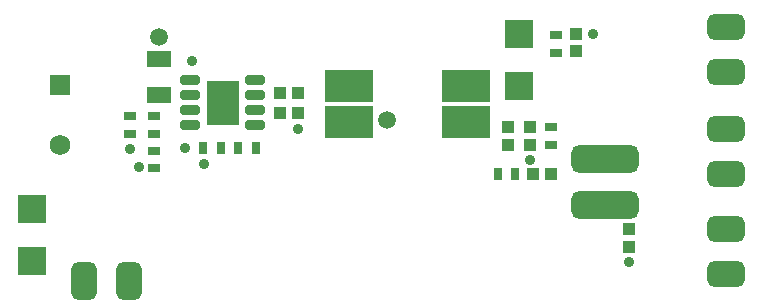
<source format=gts>
G04*
G04 #@! TF.GenerationSoftware,Altium Limited,Altium Designer,22.10.1 (41)*
G04*
G04 Layer_Color=8388736*
%FSLAX25Y25*%
%MOIN*%
G70*
G04*
G04 #@! TF.SameCoordinates,A819E35F-8E34-478A-8755-6B039836A8A6*
G04*
G04*
G04 #@! TF.FilePolarity,Negative*
G04*
G01*
G75*
%ADD26R,0.15958X0.10642*%
%ADD27R,0.04343X0.03162*%
%ADD28R,0.03950X0.03950*%
G04:AMPARAMS|DCode=29|XSize=224.53mil|YSize=92.65mil|CornerRadius=25.16mil|HoleSize=0mil|Usage=FLASHONLY|Rotation=180.000|XOffset=0mil|YOffset=0mil|HoleType=Round|Shape=RoundedRectangle|*
%AMROUNDEDRECTD29*
21,1,0.22453,0.04232,0,0,180.0*
21,1,0.17421,0.09265,0,0,180.0*
1,1,0.05032,-0.08711,0.02116*
1,1,0.05032,0.08711,0.02116*
1,1,0.05032,0.08711,-0.02116*
1,1,0.05032,-0.08711,-0.02116*
%
%ADD29ROUNDEDRECTD29*%
%ADD30R,0.09461X0.09461*%
%ADD31R,0.10642X0.14580*%
G04:AMPARAMS|DCode=32|XSize=33.59mil|YSize=65.09mil|CornerRadius=10.4mil|HoleSize=0mil|Usage=FLASHONLY|Rotation=90.000|XOffset=0mil|YOffset=0mil|HoleType=Round|Shape=RoundedRectangle|*
%AMROUNDEDRECTD32*
21,1,0.03359,0.04429,0,0,90.0*
21,1,0.01280,0.06509,0,0,90.0*
1,1,0.02080,0.02215,0.00640*
1,1,0.02080,0.02215,-0.00640*
1,1,0.02080,-0.02215,-0.00640*
1,1,0.02080,-0.02215,0.00640*
%
%ADD32ROUNDEDRECTD32*%
%ADD33R,0.03162X0.04343*%
%ADD34R,0.07887X0.05328*%
%ADD35R,0.03950X0.03950*%
%ADD36C,0.06800*%
%ADD37R,0.06800X0.06800*%
G04:AMPARAMS|DCode=38|XSize=86.74mil|YSize=126.11mil|CornerRadius=23.68mil|HoleSize=0mil|Usage=FLASHONLY|Rotation=90.000|XOffset=0mil|YOffset=0mil|HoleType=Round|Shape=RoundedRectangle|*
%AMROUNDEDRECTD38*
21,1,0.08674,0.07874,0,0,90.0*
21,1,0.03937,0.12611,0,0,90.0*
1,1,0.04737,0.03937,0.01968*
1,1,0.04737,0.03937,-0.01968*
1,1,0.04737,-0.03937,-0.01968*
1,1,0.04737,-0.03937,0.01968*
%
%ADD38ROUNDEDRECTD38*%
G04:AMPARAMS|DCode=39|XSize=86.74mil|YSize=126.11mil|CornerRadius=23.68mil|HoleSize=0mil|Usage=FLASHONLY|Rotation=0.000|XOffset=0mil|YOffset=0mil|HoleType=Round|Shape=RoundedRectangle|*
%AMROUNDEDRECTD39*
21,1,0.08674,0.07874,0,0,0.0*
21,1,0.03937,0.12611,0,0,0.0*
1,1,0.04737,0.01968,-0.03937*
1,1,0.04737,-0.01968,-0.03937*
1,1,0.04737,-0.01968,0.03937*
1,1,0.04737,0.01968,0.03937*
%
%ADD39ROUNDEDRECTD39*%
%ADD40C,0.03556*%
%ADD41C,0.05918*%
D26*
X160433Y81102D02*
D03*
Y69291D02*
D03*
X121260D02*
D03*
Y81102D02*
D03*
D27*
X188583Y61614D02*
D03*
Y67520D02*
D03*
X190157Y98228D02*
D03*
Y92323D02*
D03*
X56299Y59646D02*
D03*
Y53740D02*
D03*
Y71063D02*
D03*
Y65158D02*
D03*
X48425Y71063D02*
D03*
Y65158D02*
D03*
D28*
X181496Y67520D02*
D03*
Y61614D02*
D03*
X174409Y67520D02*
D03*
Y61614D02*
D03*
X214567Y27559D02*
D03*
Y33465D02*
D03*
X196850Y92716D02*
D03*
Y98622D02*
D03*
D29*
X206693Y41634D02*
D03*
Y56791D02*
D03*
D30*
X177953Y81102D02*
D03*
Y98425D02*
D03*
X15748Y40157D02*
D03*
Y22835D02*
D03*
D31*
X79134Y75590D02*
D03*
D32*
X89862Y68090D02*
D03*
Y73090D02*
D03*
Y78091D02*
D03*
Y83091D02*
D03*
X68405Y68090D02*
D03*
Y73090D02*
D03*
Y78091D02*
D03*
Y83091D02*
D03*
D33*
X84449Y60630D02*
D03*
X90354D02*
D03*
X170866Y51968D02*
D03*
X176772D02*
D03*
X78543Y60630D02*
D03*
X72638D02*
D03*
D34*
X57874Y90158D02*
D03*
Y78347D02*
D03*
D35*
X98228Y78740D02*
D03*
X104134D02*
D03*
Y72047D02*
D03*
X98228D02*
D03*
X182677Y51968D02*
D03*
X188583D02*
D03*
D36*
X24803Y61417D02*
D03*
D37*
Y81417D02*
D03*
D38*
X246850Y100827D02*
D03*
Y85827D02*
D03*
Y18484D02*
D03*
Y33484D02*
D03*
Y51949D02*
D03*
Y66949D02*
D03*
D39*
X47854Y16248D02*
D03*
X32854D02*
D03*
D40*
X181496Y56693D02*
D03*
X72835Y55118D02*
D03*
X51181Y54134D02*
D03*
X104331Y66929D02*
D03*
X214567Y22638D02*
D03*
X202756Y98425D02*
D03*
X76772Y79724D02*
D03*
Y71850D02*
D03*
X81693D02*
D03*
Y79724D02*
D03*
X79134Y75590D02*
D03*
X68898Y89567D02*
D03*
X66535Y60630D02*
D03*
X48425Y60236D02*
D03*
D41*
X133858Y69882D02*
D03*
X58071Y97441D02*
D03*
M02*

</source>
